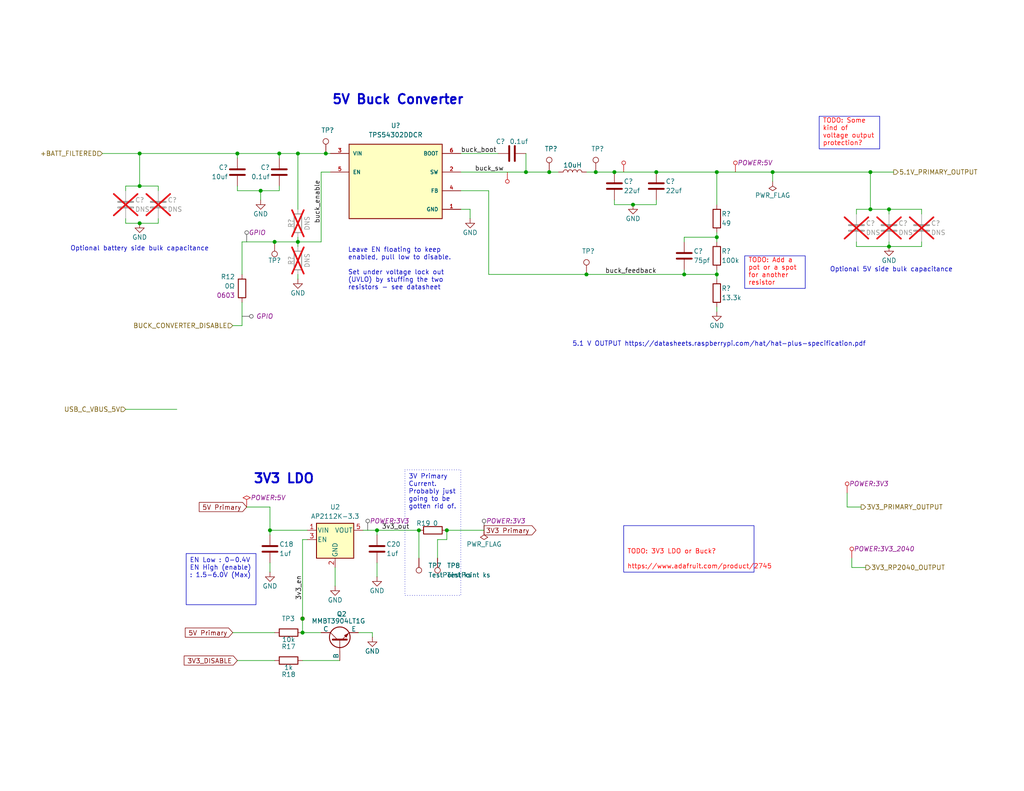
<source format=kicad_sch>
(kicad_sch (version 20250114) (generator "eeschema") (generator_version "9.0")
  (paper "A")
  (lib_symbols
    (symbol "Connector:TestPoint" (pin_numbers (hide yes)) (pin_names (offset 0.762) (hide yes))
      (property "Reference" "TP" (at 0 6.858 0))
      (property "Value" "TestPoint" (at 0 5.08 0))
      (symbol "TestPoint_0_1"
        (circle (center 0 3.302) (radius 0.762))
      )
      (symbol "TestPoint_1_1"
        (pin passive line (at 0 0 90) (length 2.54) (name "1") (number "1"))
      )
    )
    (symbol "Connector:TestPoint_Small" (pin_numbers (hide yes)) (pin_names (offset 0.762) (hide yes))
      (property "Reference" "TP" (at 0 3.81 0))
      (property "Value" "TestPoint_Small" (at 0 2.032 0))
      (symbol "TestPoint_Small_0_1"
        (circle (center 0 0) (radius 0.508))
      )
      (symbol "TestPoint_Small_1_1"
        (pin passive line (at 0 0 90) (length 0) (name "1") (number "1"))
      )
    )
    (symbol "Device:C" (pin_numbers (hide yes)) (pin_names (offset 0.254))
      (property "Reference" "C" (at 0.635 2.54 0))
      (property "Value" "C" (at 0.635 -2.54 0))
      (symbol "C_0_1"
        (polyline (pts (xy -2.032 0.762) (xy 2.032 0.762)) (stroke (width 0.508)))
        (polyline (pts (xy -2.032 -0.762) (xy 2.032 -0.762)) (stroke (width 0.508)))
      )
      (symbol "C_1_1"
        (pin passive line (at 0 3.81 270) (length 2.794) (name "~") (number "1"))
        (pin passive line (at 0 -3.81 90) (length 2.794) (name "~") (number "2"))
      )
    )
    (symbol "Device:L" (pin_numbers (hide yes)) (pin_names (offset 1.016) (hide yes))
      (property "Reference" "L" (at -1.27 0 90))
      (property "Value" "L" (at 1.905 0 90))
      (symbol "L_0_1"
        (arc (start 0 2.54) (mid 0.6323 1.905) (end 0 1.27))
        (arc (start 0 1.27) (mid 0.6323 0.635) (end 0 0))
        (arc (start 0 0) (mid 0.6323 -0.635) (end 0 -1.27))
        (arc (start 0 -1.27) (mid 0.6323 -1.905) (end 0 -2.54))
      )
      (symbol "L_1_1"
        (pin passive line (at 0 3.81 270) (length 1.27) (name "1") (number "1"))
        (pin passive line (at 0 -3.81 90) (length 1.27) (name "2") (number "2"))
      )
    )
    (symbol "Device:R" (pin_numbers (hide yes)) (pin_names (offset 0))
      (property "Reference" "R" (at 2.032 0 90))
      (property "Value" "R" (at 0 0 90))
      (symbol "R_0_1"
        (rectangle (start -1.016 -2.54) (end 1.016 2.54) (stroke (width 0.254)))
      )
      (symbol "R_1_1"
        (pin passive line (at 0 3.81 270) (length 1.27) (name "~") (number "1"))
        (pin passive line (at 0 -3.81 90) (length 1.27) (name "~") (number "2"))
      )
    )
    (symbol "Regulator_Linear:AP2112K-3.3" (pin_names (offset 0.254))
      (property "Reference" "U" (at -5.08 5.715 0))
      (property "Value" "AP2112K-3.3" (at 0 5.715 0))
      (symbol "AP2112K-3.3_0_1"
        (rectangle (start -5.08 4.445) (end 5.08 -5.08) (stroke (width 0.254)) (fill (type background)))
      )
      (symbol "AP2112K-3.3_1_1"
        (pin power_in line (at -7.62 2.54 0) (length 2.54) (name "VIN") (number "1"))
        (pin input line (at -7.62 0 0) (length 2.54) (name "EN") (number "3"))
        (pin power_in line (at 0 -7.62 90) (length 2.54) (name "GND") (number "2"))
        (pin no_connect line (at 5.08 0 180) (length 2.54) (hide yes) (name "NC") (number "4"))
        (pin power_out line (at 7.62 2.54 180) (length 2.54) (name "VOUT") (number "5"))
      )
    )
    (symbol "Simulation_SPICE:NPN" (pin_numbers (hide yes)) (pin_names (offset 0))
      (property "Reference" "Q" (at -2.54 7.62 0))
      (property "Value" "NPN" (at -2.54 5.08 0))
      (symbol "NPN_0_1"
        (polyline (pts (xy -2.54 0) (xy 0.635 0)) (stroke (width 0.1524)))
        (polyline (pts (xy 0.635 1.905) (xy 0.635 -1.905) (xy 0.635 -1.905)) (stroke (width 0.508)))
        (polyline (pts (xy 0.635 0.635) (xy 2.54 2.54)))
        (polyline (pts (xy 0.635 -0.635) (xy 2.54 -2.54) (xy 2.54 -2.54)))
        (circle (center 1.27 0) (radius 2.8194) (stroke (width 0.254)))
        (polyline (pts (xy 1.27 -1.778) (xy 1.778 -1.27) (xy 2.286 -2.286) (xy 1.27 -1.778) (xy 1.27 -1.778)) (fill (type outline)))
        (polyline (pts (xy 2.794 -1.27) (xy 2.794 -1.27)) (stroke (width 0.1524)))
        (polyline (pts (xy 2.794 -1.27) (xy 2.794 -1.27)) (stroke (width 0.1524)))
      )
      (symbol "NPN_1_1"
        (pin input line (at -5.08 0 0) (length 2.54) (name "B") (number "2"))
        (pin open_collector line (at 2.54 5.08 270) (length 2.54) (name "C") (number "1"))
        (pin open_emitter line (at 2.54 -5.08 90) (length 2.54) (name "E") (number "3"))
      )
    )
    (symbol "power:GND" (power) (pin_numbers (hide yes)) (pin_names (offset 0) (hide yes))
      (property "Value" "GND" (at 0 -3.81 0))
      (symbol "GND_0_1"
        (polyline (pts (xy 0 0) (xy 0 -1.27) (xy 1.27 -1.27) (xy 0 -2.54) (xy -1.27 -1.27) (xy 0 -1.27)))
      )
      (symbol "GND_1_1"
        (pin power_in line (at 0 0 270) (length 0) (name "~") (number "1"))
      )
    )
    (symbol "power:PWR_FLAG" (power) (pin_numbers (hide yes)) (pin_names (offset 0) (hide yes))
      (property "Value" "PWR_FLAG" (at 0 3.81 0))
      (symbol "PWR_FLAG_0_0"
        (pin power_out line (at 0 0 90) (length 0) (name "~") (number "1"))
      )
      (symbol "PWR_FLAG_0_1"
        (polyline (pts (xy 0 0) (xy 0 1.27) (xy -1.016 1.905) (xy 0 2.54) (xy 1.016 1.905) (xy 0 1.27)))
      )
    )
    (symbol "project_symbols:TPS54302DDCR" (pin_names (offset 1.016))
      (property "Reference" "U" (at -12.7 11.16 0))
      (property "Value" "TPS54302DDCR" (at -12.7 -11.62 0))
      (symbol "TPS54302DDCR_0_0"
        (rectangle (start -12.7 -10.16) (end 12.7 10.16) (stroke (width 0.254)) (fill (type background)))
        (pin power_in line (at -17.78 7.62 0) (length 5.08) (name "VIN") (number "3"))
        (pin input line (at -17.78 2.54 0) (length 5.08) (name "EN") (number "5"))
        (pin output line (at 17.78 7.62 180) (length 5.08) (name "BOOT") (number "6"))
        (pin output line (at 17.78 2.54 180) (length 5.08) (name "SW") (number "2"))
        (pin input line (at 17.78 -2.54 180) (length 5.08) (name "FB") (number "4"))
        (pin power_in line (at 17.78 -7.62 180) (length 5.08) (name "GND") (number "1"))
      )
    )
  )
  (rectangle (start 110.49 128.27) (end 125.73 162.56) (stroke (width 0) (type dot)))
  (text "Optional battery side bulk capacitance" (at 38.1 67.945 0) (effects (font (size 1.27 1.27))))
  (text "5V Buck Converter" (at 108.585 27.305 0) (effects (font (size 2.54 2.54) (thickness 0.508) (bold yes))))
  (text "3V3 LDO" (at 77.47 130.81 0) (effects (font (size 2.54 2.54) (thickness 0.508) (bold yes))))
  (text "5.1 V OUTPUT https://datasheets.raspberrypi.com/hat/hat-plus-specification.pdf" (at 196.215 93.98 0) (effects (font (size 1.27 1.27))))
  (text "Optional 5V side bulk capacitance" (at 243.205 73.66 0) (effects (font (size 1.27 1.27))))
  (text_box "TODO: Some kind of voltage output protection?" (at 223.52 31.75 0) (size 16.51 8.89) (margins 0.9525 0.9525 0.9525 0.9525) (effects (font (size 1.27 1.27)) (justify left bottom)))
  (text_box "3V Primary Current. Probably just going to be gotten rid of." (at 110.49 128.27 0) (size 15.24 8.89) (margins 0.9524 0.9524 0.9524 0.9524) (stroke (width -0.0001)) (effects (font (size 1.27 1.27)) (justify left top)))
  (text_box "Leave EN floating to keep enabled, pull low to disable.\n\nSet under voltage lock out (UVLO) by stuffing the two resistors - see datasheet" (at 93.98 66.04 0) (size 31.75 13.97) (margins 0.9524 0.9524 0.9524 0.9524) (stroke (width -0.0001)) (effects (font (size 1.27 1.27)) (justify left bottom)))
  (text_box "TODO: Add a pot or a spot for another resistor" (at 203.2 69.85 0) (size 16.51 8.89) (margins 0.9525 0.9525 0.9525 0.9525) (effects (font (size 1.27 1.27)) (justify left bottom)))
  (text_box "TODO: 3V3 LDO or Buck?\n\nhttps://www.adafruit.com/product/2745" (at 170.18 143.51 0) (size 35.56 12.7) (margins 0.9525 0.9525 0.9525 0.9525) (effects (font (size 1.27 1.27)) (justify left bottom)))
  (text_box "EN Low : 0-0.4V\nEN High (enable) : 1.5-6.0V (Max)" (at 50.8 151.13 0) (size 19.05 13.97) (margins 0.9525 0.9525 0.9525 0.9525) (effects (font (size 1.27 1.27)) (justify left top)))
  (junction (at 76.2 41.91))
  (junction (at 74.93 66.04))
  (junction (at 73.66 144.78))
  (junction (at 237.49 46.99))
  (junction (at 121.92 144.78))
  (junction (at 179.07 46.99))
  (junction (at 172.72 55.88))
  (junction (at 143.51 46.99))
  (junction (at 64.77 41.91))
  (junction (at 38.1 41.91))
  (junction (at 210.82 46.99))
  (junction (at 149.86 46.99))
  (junction (at 81.28 41.91))
  (junction (at 81.28 66.04))
  (junction (at 82.55 168.91))
  (junction (at 162.56 46.99))
  (junction (at 242.57 57.15))
  (junction (at 38.1 60.96))
  (junction (at 82.55 172.72))
  (junction (at 71.12 52.07))
  (junction (at 237.49 57.15))
  (junction (at 195.58 74.93))
  (junction (at 88.9 41.91))
  (junction (at 102.87 144.78))
  (junction (at 195.58 64.77))
  (junction (at 195.58 46.99))
  (junction (at 167.64 46.99))
  (junction (at 160.02 74.93))
  (junction (at 114.3 144.78))
  (junction (at 186.69 74.93))
  (junction (at 38.1 50.8))
  (junction (at 242.57 67.31))
  (wire (pts (xy 82.55 168.91) (xy 82.55 172.72)))
  (wire (pts (xy 162.56 46.99) (xy 167.64 46.99)))
  (wire (pts (xy 251.46 58.42) (xy 251.46 57.15)))
  (wire (pts (xy 27.94 41.91) (xy 38.1 41.91)))
  (wire (pts (xy 73.66 144.78) (xy 73.66 146.05)))
  (wire (pts (xy 195.58 73.66) (xy 195.58 74.93)))
  (wire (pts (xy 82.55 147.32) (xy 83.82 147.32)))
  (wire (pts (xy 133.35 74.93) (xy 160.02 74.93)))
  (wire (pts (xy 172.72 55.88) (xy 179.07 55.88)))
  (wire (pts (xy 121.92 144.78) (xy 132.08 144.78)))
  (wire (pts (xy 38.1 41.91) (xy 38.1 50.8)))
  (wire (pts (xy 87.63 46.99) (xy 87.63 66.04)))
  (wire (pts (xy 82.55 172.72) (xy 87.63 172.72)))
  (wire (pts (xy 73.66 144.78) (xy 83.82 144.78)))
  (wire (pts (xy 242.57 66.04) (xy 242.57 67.31)))
  (wire (pts (xy 251.46 67.31) (xy 251.46 66.04)))
  (wire (pts (xy 34.29 50.8) (xy 38.1 50.8)))
  (wire (pts (xy 237.49 57.15) (xy 242.57 57.15)))
  (wire (pts (xy 91.44 160.02) (xy 91.44 154.94)))
  (wire (pts (xy 97.79 172.72) (xy 101.6 172.72)))
  (wire (pts (xy 63.5 88.9) (xy 66.04 88.9)))
  (wire (pts (xy 160.02 46.99) (xy 162.56 46.99)))
  (wire (pts (xy 232.41 152.4) (xy 232.41 154.94)))
  (wire (pts (xy 119.38 147.32) (xy 121.92 147.32)))
  (wire (pts (xy 76.2 52.07) (xy 76.2 50.8)))
  (wire (pts (xy 63.5 172.72) (xy 74.93 172.72)))
  (wire (pts (xy 71.12 52.07) (xy 64.77 52.07)))
  (wire (pts (xy 82.55 180.34) (xy 92.71 180.34)))
  (wire (pts (xy 233.68 57.15) (xy 233.68 58.42)))
  (wire (pts (xy 232.41 154.94) (xy 236.22 154.94)))
  (wire (pts (xy 81.28 64.77) (xy 81.28 66.04)))
  (wire (pts (xy 133.35 52.07) (xy 133.35 74.93)))
  (wire (pts (xy 76.2 41.91) (xy 81.28 41.91)))
  (wire (pts (xy 74.93 66.04) (xy 81.28 66.04)))
  (wire (pts (xy 34.29 111.76) (xy 48.26 111.76)))
  (wire (pts (xy 102.87 146.05) (xy 102.87 144.78)))
  (wire (pts (xy 233.68 57.15) (xy 237.49 57.15)))
  (wire (pts (xy 160.02 74.93) (xy 186.69 74.93)))
  (wire (pts (xy 195.58 83.82) (xy 195.58 85.09)))
  (wire (pts (xy 186.69 74.93) (xy 195.58 74.93)))
  (wire (pts (xy 167.64 55.88) (xy 172.72 55.88)))
  (wire (pts (xy 64.77 180.34) (xy 74.93 180.34)))
  (wire (pts (xy 64.77 41.91) (xy 76.2 41.91)))
  (wire (pts (xy 121.92 147.32) (xy 121.92 144.78)))
  (wire (pts (xy 186.69 73.66) (xy 186.69 74.93)))
  (wire (pts (xy 186.69 64.77) (xy 195.58 64.77)))
  (wire (pts (xy 237.49 46.99) (xy 237.49 57.15)))
  (wire (pts (xy 143.51 46.99) (xy 149.86 46.99)))
  (wire (pts (xy 242.57 57.15) (xy 242.57 58.42)))
  (wire (pts (xy 43.18 50.8) (xy 43.18 52.07)))
  (wire (pts (xy 231.14 134.62) (xy 231.14 138.43)))
  (wire (pts (xy 242.57 57.15) (xy 251.46 57.15)))
  (wire (pts (xy 101.6 172.72) (xy 101.6 173.99)))
  (wire (pts (xy 38.1 50.8) (xy 43.18 50.8)))
  (wire (pts (xy 66.04 66.04) (xy 74.93 66.04)))
  (wire (pts (xy 66.04 82.55) (xy 66.04 88.9)))
  (wire (pts (xy 81.28 41.91) (xy 88.9 41.91)))
  (wire (pts (xy 179.07 55.88) (xy 179.07 54.61)))
  (wire (pts (xy 114.3 144.78) (xy 114.3 152.4)))
  (wire (pts (xy 38.1 60.96) (xy 43.18 60.96)))
  (wire (pts (xy 234.95 138.43) (xy 231.14 138.43)))
  (wire (pts (xy 82.55 147.32) (xy 82.55 168.91)))
  (wire (pts (xy 102.87 153.67) (xy 102.87 157.48)))
  (wire (pts (xy 233.68 67.31) (xy 242.57 67.31)))
  (wire (pts (xy 195.58 46.99) (xy 210.82 46.99)))
  (wire (pts (xy 149.86 46.99) (xy 152.4 46.99)))
  (wire (pts (xy 210.82 46.99) (xy 237.49 46.99)))
  (wire (pts (xy 195.58 63.5) (xy 195.58 64.77)))
  (wire (pts (xy 119.38 147.32) (xy 119.38 152.4)))
  (wire (pts (xy 99.06 144.78) (xy 102.87 144.78)))
  (wire (pts (xy 73.66 153.67) (xy 73.66 156.21)))
  (wire (pts (xy 179.07 46.99) (xy 195.58 46.99)))
  (wire (pts (xy 143.51 46.99) (xy 143.51 41.91)))
  (wire (pts (xy 128.27 57.15) (xy 128.27 59.69)))
  (wire (pts (xy 125.73 57.15) (xy 128.27 57.15)))
  (wire (pts (xy 242.57 67.31) (xy 251.46 67.31)))
  (wire (pts (xy 210.82 49.53) (xy 210.82 46.99)))
  (wire (pts (xy 195.58 46.99) (xy 195.58 55.88)))
  (wire (pts (xy 87.63 46.99) (xy 90.17 46.99)))
  (wire (pts (xy 81.28 76.2) (xy 81.28 74.93)))
  (wire (pts (xy 67.31 138.43) (xy 73.66 138.43)))
  (wire (pts (xy 88.9 41.91) (xy 90.17 41.91)))
  (wire (pts (xy 34.29 50.8) (xy 34.29 52.07)))
  (wire (pts (xy 167.64 55.88) (xy 167.64 54.61)))
  (wire (pts (xy 125.73 46.99) (xy 143.51 46.99)))
  (wire (pts (xy 76.2 43.18) (xy 76.2 41.91)))
  (wire (pts (xy 237.49 46.99) (xy 243.84 46.99)))
  (wire (pts (xy 34.29 59.69) (xy 34.29 60.96)))
  (wire (pts (xy 186.69 66.04) (xy 186.69 64.77)))
  (wire (pts (xy 81.28 41.91) (xy 81.28 57.15)))
  (wire (pts (xy 81.28 66.04) (xy 87.63 66.04)))
  (wire (pts (xy 195.58 74.93) (xy 195.58 76.2)))
  (wire (pts (xy 102.87 144.78) (xy 114.3 144.78)))
  (wire (pts (xy 66.04 66.04) (xy 66.04 74.93)))
  (wire (pts (xy 71.12 54.61) (xy 71.12 52.07)))
  (wire (pts (xy 167.64 46.99) (xy 179.07 46.99)))
  (wire (pts (xy 125.73 41.91) (xy 135.89 41.91)))
  (wire (pts (xy 81.28 66.04) (xy 81.28 67.31)))
  (wire (pts (xy 76.2 52.07) (xy 71.12 52.07)))
  (wire (pts (xy 64.77 43.18) (xy 64.77 41.91)))
  (wire (pts (xy 38.1 41.91) (xy 64.77 41.91)))
  (wire (pts (xy 64.77 52.07) (xy 64.77 50.8)))
  (wire (pts (xy 195.58 64.77) (xy 195.58 66.04)))
  (wire (pts (xy 133.35 52.07) (xy 125.73 52.07)))
  (wire (pts (xy 43.18 59.69) (xy 43.18 60.96)))
  (wire (pts (xy 34.29 60.96) (xy 38.1 60.96)))
  (wire (pts (xy 233.68 66.04) (xy 233.68 67.31)))
  (wire (pts (xy 73.66 138.43) (xy 73.66 144.78)))
  (label "buck_boot" (at 125.73 41.91 0))
  (label "buck_sw" (at 129.54 46.99 0))
  (label "3v3_out" (at 104.14 144.78 0))
  (label "3v3_en" (at 82.55 163.83 90))
  (label "buck_feedback" (at 165.1 74.93 0))
  (label "buck_enable" (at 87.63 60.96 90))
  (global_label "3V3_DISABLE" (shape input) (at 64.77 180.34 180) (property "Intersheetrefs" "${INTERSHEET_REFS}" (effects (hide yes))))
  (global_label "5V Primary" (shape input) (at 63.5 172.72 180) (property "Intersheetrefs" "${INTERSHEET_REFS}" (effects (hide yes))))
  (global_label "5V Primary" (shape input) (at 67.31 138.43 180) (property "Intersheetrefs" "${INTERSHEET_REFS}" (effects (hide yes))))
  (global_label "3V3 Primary" (shape output) (at 132.08 144.78 0) (property "Intersheetrefs" "${INTERSHEET_REFS}" (effects (hide yes))))
  (hierarchical_label "5.1V_PRIMARY_OUTPUT" (shape output) (at 243.84 46.99 0))
  (hierarchical_label "+BATT_FILTERED" (shape input) (at 27.94 41.91 180))
  (hierarchical_label "USB_C_VBUS_5V" (shape input) (at 34.29 111.76 180))
  (hierarchical_label "3V3_RP2040_OUTPUT" (shape output) (at 236.22 154.94 0))
  (hierarchical_label "BUCK_CONVERTER_DISABLE" (shape input) (at 63.5 88.9 180))
  (hierarchical_label "3V3_PRIMARY_OUTPUT" (shape output) (at 234.95 138.43 0))
  (netclass_flag "" (length 2.54) (shape round) (at 66.04 86.36 270) (property "Netclass" "GPIO" (at 69.85 86.36 0) (effects (font (italic yes)) (justify left))))
  (netclass_flag "" (length 2.54) (shape round) (at 231.14 134.62 0) (property "Netclass" "POWER:3V3" (at 231.648 132.08 0) (effects (font (italic yes)) (justify left))))
  (netclass_flag "" (length 2.54) (shape round) (at 132.08 144.78 0) (property "Netclass" "POWER:3V3" (at 132.588 142.24 0) (effects (font (italic yes)) (justify left))))
  (netclass_flag "" (length 2.54) (shape round) (at 170.18 46.99 0) (property "Netclass" "POWER:5V" (effects (hide yes))))
  (netclass_flag "" (length 2.54) (shape round) (at 138.43 46.99 180) (property "Netclass" "POWER:5V" (effects (hide yes))))
  (netclass_flag "" (length 2.54) (shape diamond) (at 67.31 138.43 0) (property "Netclass" "POWER:5V" (at 68.326 135.89 0) (effects (font (italic yes)) (justify left))))
  (netclass_flag "" (length 2.54) (shape round) (at 200.66 46.99 0) (property "Netclass" "POWER:5V" (at 201.168 44.45 0) (effects (font (italic yes)) (justify left))))
  (netclass_flag "" (length 2.54) (shape round) (at 67.31 66.04 0) (property "Netclass" "GPIO" (at 67.818 63.5 0) (effects (font (italic yes)) (justify left))))
  (netclass_flag "" (length 2.54) (shape round) (at 100.33 144.78 0) (property "Netclass" "POWER:3V3" (at 100.838 142.24 0) (effects (font (italic yes)) (justify left))))
  (netclass_flag "" (length 2.54) (shape round) (at 232.41 152.4 0) (property "Netclass" "POWER:3V3_2040" (at 232.918 149.86 0) (effects (font (italic yes)) (justify left))))
  (symbol (lib_id "Device:R") (at 195.58 69.85 0) (unit 1)
    (property "Reference" "R?" (at 196.85 68.58 0) (effects (justify left)))
    (property "Value" "100k" (at 196.85 71.12 0) (effects (justify left)))
    (property "Footprint" "Resistor_SMD:R_0603_1608Metric_Pad0.98x0.95mm_HandSolder" (effects (hide yes)))
    (property "Datasheet" "RMCF0603FT100K" (effects (hide yes)))
    (property "Description" "Resistor" (effects (hide yes)))
  )
  (symbol (lib_id "Regulator_Linear:AP2112K-3.3") (at 91.44 147.32 0) (unit 1)
    (property "Reference" "U2" (at 91.44 138.43 0))
    (property "Value" "AP2112K-3.3" (at 91.44 140.97 0))
    (property "Footprint" "Package_TO_SOT_SMD:SOT-23-5" (effects (hide yes)))
    (property "Datasheet" "https://www.diodes.com/assets/Datasheets/AP2112.pdf" (effects (hide yes)))
    (property "Description" "600mA low dropout linear regulator, with enable pin, 3.8V-6V input voltage range, 3.3V fixed positive output, SOT-23-5" (effects (hide yes)))
    (property "Unit Price" "0.56" (effects (hide yes)))
  )
  (symbol (lib_id "Device:C") (at 186.69 69.85 0) (unit 1)
    (property "Reference" "C?" (at 189.23 68.58 0) (effects (justify left)))
    (property "Value" "75pf" (at 189.23 71.12 0) (effects (justify left)))
    (property "Footprint" "Capacitor_SMD:C_0603_1608Metric_Pad1.08x0.95mm_HandSolder" (effects (hide yes)))
    (property "Datasheet" "CC0603JRNPO9BN750" (effects (hide yes)))
    (property "Description" "Unpolarized capacitor" (effects (hide yes)))
  )
  (symbol (lib_id "Connector:TestPoint_Small") (at 82.55 168.91 270) (mirror x) (unit 1)
    (property "Reference" "TP3" (at 76.835 168.91 90) (effects (justify left)))
    (property "Value" "TestPoint" (effects (hide yes)))
    (property "Footprint" "TestPoint:TestPoint_Pad_D1.0mm" (effects (hide yes)))
    (property "Datasheet" "n/a" (effects (hide yes)))
    (property "Description" "test point" (effects (hide yes)))
  )
  (symbol (lib_id "Device:C") (at 233.68 62.23 0) (unit 1) (dnp yes)
    (property "Reference" "C?" (at 236.22 60.96 0) (effects (justify left)))
    (property "Value" "DNS" (at 236.22 63.5 0) (effects (justify left)))
    (property "Footprint" "Capacitor_SMD:C_1210_3225Metric_Pad1.33x2.70mm_HandSolder" (effects (hide yes)))
    (property "Datasheet" "n/a" (effects (hide yes)))
    (property "Description" "Unpolarized capacitor" (effects (hide yes)))
  )
  (symbol (lib_id "Device:R") (at 81.28 60.96 180) (unit 1) (dnp yes)
    (property "Reference" "R?" (at 79.375 60.96 90))
    (property "Value" "DNS" (at 83.82 60.96 90))
    (property "Footprint" "Resistor_SMD:R_0603_1608Metric_Pad0.98x0.95mm_HandSolder" (effects (hide yes)))
    (property "Datasheet" "n/a" (effects (hide yes)))
    (property "Description" "Resistor" (effects (hide yes)))
  )
  (symbol (lib_id "Device:R") (at 66.04 78.74 0) (mirror y) (unit 1)
    (property "Reference" "R12" (at 64.135 75.565 0) (effects (justify left)))
    (property "Value" "0Ω" (at 64.135 78.105 0) (effects (justify left)))
    (property "Description" "Resistor" (effects (hide yes)))
    (property "Size" "0603" (at 64.135 80.645 0) (effects (justify left)))
  )
  (symbol (lib_id "Device:C") (at 139.7 41.91 90) (unit 1)
    (property "Reference" "C?" (at 135.255 39.37 90) (effects (justify right top)))
    (property "Value" "0.1uf" (at 144.145 39.37 90) (effects (justify left top)))
    (property "Footprint" "Capacitor_SMD:C_0603_1608Metric_Pad1.08x0.95mm_HandSolder" (effects (hide yes)))
    (property "Datasheet" "CL10B104KB8NNWC" (effects (hide yes)))
    (property "Description" "Unpolarized capacitor" (effects (hide yes)))
  )
  (symbol (lib_id "Device:R") (at 195.58 80.01 0) (unit 1)
    (property "Reference" "R?" (at 196.85 78.74 0) (effects (justify left)))
    (property "Value" "13.3k" (at 196.85 81.28 0) (effects (justify left)))
    (property "Footprint" "Resistor_SMD:R_0603_1608Metric_Pad0.98x0.95mm_HandSolder" (effects (hide yes)))
    (property "Datasheet" "RMCF0603FT13K3" (effects (hide yes)))
    (property "Description" "Resistor" (effects (hide yes)))
  )
  (symbol (lib_id "power:GND") (at 81.28 76.2 0) (unit 1)
    (property "Reference" "#PWR?" (effects (hide yes)))
    (property "Value" "GND" (at 81.28 80.01 0))
    (property "Description" "Power symbol creates a global label with name \"GND\" , ground" (effects (hide yes)))
  )
  (symbol (lib_id "power:GND") (at 71.12 54.61 0) (unit 1)
    (property "Reference" "#PWR?" (effects (hide yes)))
    (property "Value" "GND" (at 71.12 58.42 0))
    (property "Description" "Power symbol creates a global label with name \"GND\" , ground" (effects (hide yes)))
  )
  (symbol (lib_id "Device:C") (at 167.64 50.8 0) (unit 1)
    (property "Reference" "C?" (at 170.18 49.53 0) (effects (justify left)))
    (property "Value" "22uf" (at 170.18 52.07 0) (effects (justify left)))
    (property "Footprint" "Capacitor_SMD:C_1210_3225Metric" (effects (hide yes)))
    (property "Datasheet" "~CL32A226MAJNNNE" (effects (hide yes)))
    (property "Description" "Unpolarized capacitor" (effects (hide yes)))
  )
  (symbol (lib_id "power:GND") (at 128.27 59.69 0) (unit 1)
    (property "Reference" "#PWR?" (effects (hide yes)))
    (property "Value" "GND" (at 128.27 63.5 0))
    (property "Description" "Power symbol creates a global label with name \"GND\" , ground" (effects (hide yes)))
  )
  (symbol (lib_id "Device:C") (at 76.2 46.99 0) (mirror y) (unit 1)
    (property "Reference" "C?" (at 73.66 45.72 0) (effects (justify left)))
    (property "Value" "0.1uf" (at 73.66 48.26 0) (effects (justify left)))
    (property "Footprint" "Capacitor_SMD:C_0603_1608Metric_Pad1.08x0.95mm_HandSolder" (effects (hide yes)))
    (property "Datasheet" "CL10B104KB8NNWC" (effects (hide yes)))
    (property "Description" "Unpolarized capacitor" (effects (hide yes)))
  )
  (symbol (lib_id "power:GND") (at 38.1 60.96 0) (unit 1)
    (property "Reference" "#PWR?" (effects (hide yes)))
    (property "Value" "GND" (at 38.1 64.77 0))
    (property "Description" "Power symbol creates a global label with name \"GND\" , ground" (effects (hide yes)))
  )
  (symbol (lib_id "power:GND") (at 242.57 67.31 0) (unit 1)
    (property "Reference" "#PWR?" (effects (hide yes)))
    (property "Value" "GND" (at 242.57 71.12 0))
    (property "Description" "Power symbol creates a global label with name \"GND\" , ground" (effects (hide yes)))
  )
  (symbol (lib_id "Simulation_SPICE:NPN") (at 92.71 175.26 90) (unit 1)
    (property "Reference" "Q2" (at 94.615 167.64 90) (effects (justify left)))
    (property "Value" "MMBT3904LT1G" (at 99.695 169.545 90) (effects (justify left)))
    (property "Footprint" "Package_TO_SOT_SMD:SOT-23" (effects (hide yes)))
    (property "Datasheet" "MMBT3904LT1G" (effects (hide yes)))
    (property "Description" "Bipolar transistor symbol for simulation only, substrate tied to the emitter" (effects (hide yes)))
    (property "Sim.Device" "NPN" (effects (hide yes)))
    (property "Sim.Type" "GUMMELPOON" (effects (hide yes)))
    (property "Sim.Pins" "1=C 2=B 3=E" (effects (hide yes)))
  )
  (symbol (lib_id "Device:C") (at 73.66 149.86 0) (unit 1)
    (property "Reference" "C18" (at 76.2 148.59 0) (effects (justify left)))
    (property "Value" "1uf" (at 76.2 151.13 0) (effects (justify left)))
    (property "Footprint" "Capacitor_SMD:C_0805_2012Metric" (effects (hide yes)))
    (property "Datasheet" "CL21B105KAFNNN" (effects (hide yes)))
    (property "Description" "Unpolarized capacitor" (effects (hide yes)))
  )
  (symbol (lib_id "Device:C") (at 242.57 62.23 0) (unit 1) (dnp yes)
    (property "Reference" "C?" (at 245.11 60.96 0) (effects (justify left)))
    (property "Value" "DNS" (at 245.11 63.5 0) (effects (justify left)))
    (property "Footprint" "Capacitor_SMD:C_1210_3225Metric_Pad1.33x2.70mm_HandSolder" (effects (hide yes)))
    (property "Datasheet" "n/a" (effects (hide yes)))
    (property "Description" "Unpolarized capacitor" (effects (hide yes)))
  )
  (symbol (lib_id "Device:C") (at 34.29 55.88 0) (unit 1) (dnp yes)
    (property "Reference" "C?" (at 36.83 54.61 0) (effects (justify left)))
    (property "Value" "DNS" (at 36.83 57.15 0) (effects (justify left)))
    (property "Footprint" "Capacitor_SMD:C_1210_3225Metric_Pad1.33x2.70mm_HandSolder" (effects (hide yes)))
    (property "Datasheet" "n/a" (effects (hide yes)))
    (property "Description" "Unpolarized capacitor" (effects (hide yes)))
  )
  (symbol (lib_id "Device:C") (at 102.87 149.86 0) (unit 1)
    (property "Reference" "C20" (at 105.41 148.59 0) (effects (justify left)))
    (property "Value" "1uf" (at 105.41 151.13 0) (effects (justify left)))
    (property "Footprint" "Capacitor_SMD:C_0805_2012Metric" (effects (hide yes)))
    (property "Datasheet" "CL21B105KAFNNN" (effects (hide yes)))
    (property "Description" "Unpolarized capacitor" (effects (hide yes)))
  )
  (symbol (lib_id "power:GND") (at 91.44 160.02 0) (unit 1)
    (property "Reference" "#PWR032" (effects (hide yes)))
    (property "Value" "GND" (at 91.44 163.83 0))
    (property "Description" "Power symbol creates a global label with name \"GND\" , ground" (effects (hide yes)))
  )
  (symbol (lib_id "Device:R") (at 195.58 59.69 0) (unit 1)
    (property "Reference" "R?" (at 196.85 58.42 0) (effects (justify left)))
    (property "Value" "49" (at 196.85 60.96 0) (effects (justify left)))
    (property "Footprint" "Resistor_SMD:R_0603_1608Metric_Pad0.98x0.95mm_HandSolder" (effects (hide yes)))
    (property "Datasheet" "RMCF0603FT49K9" (effects (hide yes)))
    (property "Description" "Resistor" (effects (hide yes)))
  )
  (symbol (lib_id "Device:R") (at 118.11 144.78 90) (unit 1)
    (property "Reference" "R19" (at 117.475 142.875 90) (effects (justify left)))
    (property "Value" "0" (at 118.11 142.875 90) (effects (justify right)))
    (property "Footprint" "Resistor_SMD:R_0805_2012Metric_Pad1.20x1.40mm_HandSolder" (effects (hide yes)))
    (property "Datasheet" "RMCF0805ZT0R00" (effects (hide yes)))
    (property "Description" "Resistor" (effects (hide yes)))
  )
  (symbol (lib_id "Connector:TestPoint") (at 88.9 41.91 0) (unit 1)
    (property "Reference" "TP?" (at 87.63 35.56 0) (effects (justify left)))
    (property "Value" "TestPoint" (effects (hide yes)))
    (property "Description" "test point" (effects (hide yes)))
  )
  (symbol (lib_id "project_symbols:TPS54302DDCR") (at 107.95 49.53 0) (unit 1)
    (property "Reference" "U?" (at 107.95 34.29 0))
    (property "Value" "TPS54302DDCR" (at 107.95 36.83 0))
    (property "Footprint" "footprints:SOT95P280X110-6N" (effects (hide yes)))
    (property "Datasheet" "TPS54302DDCR" (effects (hide yes)))
    (property "PARTREV" "A" (effects (hide yes)))
    (property "STANDARD" "IPC-7351B" (effects (hide yes)))
    (property "MAXIMUM_PACKAGE_HEIGHT" "1.10 mm" (effects (hide yes)))
    (property "MANUFACTURER" "Texas Instruments" (effects (hide yes)))
    (property "Unit Price" "1.06" (effects (hide yes)))
  )
  (symbol (lib_id "Device:C") (at 43.18 55.88 0) (unit 1) (dnp yes)
    (property "Reference" "C?" (at 45.72 54.61 0) (effects (justify left)))
    (property "Value" "DNS" (at 45.72 57.15 0) (effects (justify left)))
    (property "Footprint" "Capacitor_SMD:C_1210_3225Metric_Pad1.33x2.70mm_HandSolder" (effects (hide yes)))
    (property "Datasheet" "n/a" (effects (hide yes)))
    (property "Description" "Unpolarized capacitor" (effects (hide yes)))
  )
  (symbol (lib_id "Device:C") (at 251.46 62.23 0) (unit 1) (dnp yes)
    (property "Reference" "C?" (at 254 60.96 0) (effects (justify left)))
    (property "Value" "DNS" (at 254 63.5 0) (effects (justify left)))
    (property "Footprint" "Capacitor_SMD:C_1210_3225Metric_Pad1.33x2.70mm_HandSolder" (effects (hide yes)))
    (property "Datasheet" "n/a" (effects (hide yes)))
    (property "Description" "Unpolarized capacitor" (effects (hide yes)))
  )
  (symbol (lib_id "power:GND") (at 195.58 85.09 0) (unit 1)
    (property "Reference" "#PWR?" (effects (hide yes)))
    (property "Value" "GND" (at 195.58 88.9 0))
    (property "Description" "Power symbol creates a global label with name \"GND\" , ground" (effects (hide yes)))
  )
  (symbol (lib_id "Device:R") (at 78.74 180.34 270) (unit 1)
    (property "Reference" "R18" (at 78.74 184.15 90))
    (property "Value" "1k" (at 78.74 182.245 90))
    (property "Footprint" "Capacitor_SMD:C_0603_1608Metric_Pad1.08x0.95mm_HandSolder" (effects (hide yes)))
    (property "Datasheet" "RMCF0603FT1K00" (effects (hide yes)))
    (property "Description" "Resistor" (effects (hide yes)))
  )
  (symbol (lib_id "Connector:TestPoint") (at 74.93 66.04 0) (mirror x) (unit 1)
    (property "Reference" "TP?" (at 74.93 71.12 0))
    (property "Value" "TestPoint" (effects (hide yes)))
    (property "Footprint" "TestPoint:TestPoint_Pad_D1.0mm" (effects (hide yes)))
    (property "Datasheet" "n/a" (effects (hide yes)))
    (property "Description" "test point" (effects (hide yes)))
  )
  (symbol (lib_id "Connector:TestPoint") (at 119.38 152.4 180) (unit 1)
    (property "Reference" "TP8" (at 121.92 154.4319 0) (effects (justify right)))
    (property "Value" "TestPoint ks" (at 121.92 156.9719 0) (effects (justify right)))
    (property "Footprint" "footprints:KEYSTONE_5015" (effects (hide yes)))
    (property "Datasheet" "5015" (effects (hide yes)))
    (property "Description" "test point" (effects (hide yes)))
  )
  (symbol (lib_id "Connector:TestPoint") (at 162.56 46.99 0) (unit 1)
    (property "Reference" "TP?" (at 161.29 40.64 0) (effects (justify left)))
    (property "Value" "TestPoint" (effects (hide yes)))
    (property "Description" "test point" (effects (hide yes)))
  )
  (symbol (lib_id "power:GND") (at 172.72 55.88 0) (mirror y) (unit 1)
    (property "Reference" "#PWR?" (effects (hide yes)))
    (property "Value" "GND" (at 172.72 59.69 0))
    (property "Description" "Power symbol creates a global label with name \"GND\" , ground" (effects (hide yes)))
  )
  (symbol (lib_id "power:GND") (at 102.87 157.48 0) (unit 1)
    (property "Reference" "#PWR034" (effects (hide yes)))
    (property "Value" "GND" (at 102.87 161.29 0))
    (property "Description" "Power symbol creates a global label with name \"GND\" , ground" (effects (hide yes)))
  )
  (symbol (lib_id "power:PWR_FLAG") (at 132.08 144.78 180) (unit 1)
    (property "Reference" "#FLG02" (effects (hide yes)))
    (property "Value" "PWR_FLAG" (at 132.08 148.59 0))
    (property "Description" "Special symbol for telling ERC where power comes from" (effects (hide yes)))
  )
  (symbol (lib_id "Connector:TestPoint") (at 149.86 46.99 0) (unit 1)
    (property "Reference" "TP?" (at 148.59 40.64 0) (effects (justify left)))
    (property "Value" "TestPoint" (effects (hide yes)))
    (property "Description" "test point" (effects (hide yes)))
  )
  (symbol (lib_id "Device:C") (at 64.77 46.99 0) (mirror y) (unit 1)
    (property "Reference" "C?" (at 62.23 45.72 0) (effects (justify left)))
    (property "Value" "10uf" (at 62.23 48.26 0) (effects (justify left)))
    (property "Footprint" "Capacitor_SMD:C_1210_3225Metric" (effects (hide yes)))
    (property "Datasheet" "CL32B106KBJNNNE" (effects (hide yes)))
    (property "Description" "Unpolarized capacitor" (effects (hide yes)))
  )
  (symbol (lib_id "power:GND") (at 101.6 173.99 0) (unit 1)
    (property "Reference" "#PWR033" (effects (hide yes)))
    (property "Value" "GND" (at 101.6 177.8 0))
    (property "Description" "Power symbol creates a global label with name \"GND\" , ground" (effects (hide yes)))
  )
  (symbol (lib_id "power:PWR_FLAG") (at 210.82 49.53 180) (unit 1)
    (property "Reference" "#FLG?" (effects (hide yes)))
    (property "Value" "PWR_FLAG" (at 210.82 53.34 0))
    (property "Description" "Special symbol for telling ERC where power comes from" (effects (hide yes)))
  )
  (symbol (lib_id "Device:R") (at 81.28 71.12 180) (unit 1) (dnp yes)
    (property "Reference" "R?" (at 79.375 71.12 90))
    (property "Value" "DNS" (at 83.82 71.12 90))
    (property "Footprint" "Resistor_SMD:R_0603_1608Metric_Pad0.98x0.95mm_HandSolder" (effects (hide yes)))
    (property "Datasheet" "n/a" (effects (hide yes)))
    (property "Description" "Resistor" (effects (hide yes)))
  )
  (symbol (lib_id "Connector:TestPoint") (at 160.02 74.93 0) (unit 1)
    (property "Reference" "TP?" (at 158.75 68.58 0) (effects (justify left)))
    (property "Value" "TestPoint" (effects (hide yes)))
    (property "Description" "test point" (effects (hide yes)))
  )
  (symbol (lib_id "Connector:TestPoint") (at 114.3 152.4 180) (unit 1)
    (property "Reference" "TP7" (at 116.84 154.4319 0) (effects (justify right)))
    (property "Value" "TestPoint ks" (at 116.84 156.9719 0) (effects (justify right)))
    (property "Footprint" "footprints:KEYSTONE_5015" (effects (hide yes)))
    (property "Datasheet" "5015" (effects (hide yes)))
    (property "Description" "test point" (effects (hide yes)))
  )
  (symbol (lib_id "power:GND") (at 73.66 156.21 0) (unit 1)
    (property "Reference" "#PWR031" (effects (hide yes)))
    (property "Value" "GND" (at 73.66 160.02 0))
    (property "Description" "Power symbol creates a global label with name \"GND\" , ground" (effects (hide yes)))
  )
  (symbol (lib_id "Device:L") (at 156.21 46.99 270) (mirror x) (unit 1)
    (property "Reference" "L?" (effects (hide yes)))
    (property "Value" "10uH" (at 156.21 45.085 90))
    (property "Footprint" "footprints:IND_SRU1048-100Y" (effects (hide yes)))
    (property "Datasheet" "SRU1048A-100Y" (effects (hide yes)))
    (property "Description" "Inductor" (effects (hide yes)))
  )
  (symbol (lib_id "Device:C") (at 179.07 50.8 0) (unit 1)
    (property "Reference" "C?" (at 181.61 49.53 0) (effects (justify left)))
    (property "Value" "22uf" (at 181.61 52.07 0) (effects (justify left)))
    (property "Footprint" "Capacitor_SMD:C_1210_3225Metric" (effects (hide yes)))
    (property "Datasheet" "~CL32A226MAJNNNE" (effects (hide yes)))
    (property "Description" "Unpolarized capacitor" (effects (hide yes)))
  )
  (symbol (lib_id "Device:R") (at 78.74 172.72 270) (unit 1)
    (property "Reference" "R17" (at 78.74 176.53 90))
    (property "Value" "10k" (at 78.74 174.625 90))
    (property "Footprint" "Capacitor_SMD:C_0603_1608Metric_Pad1.08x0.95mm_HandSolder" (effects (hide yes)))
    (property "Datasheet" "RMCF0603FT10K0" (effects (hide yes)))
    (property "Description" "Resistor" (effects (hide yes)))
  )
)
</source>
